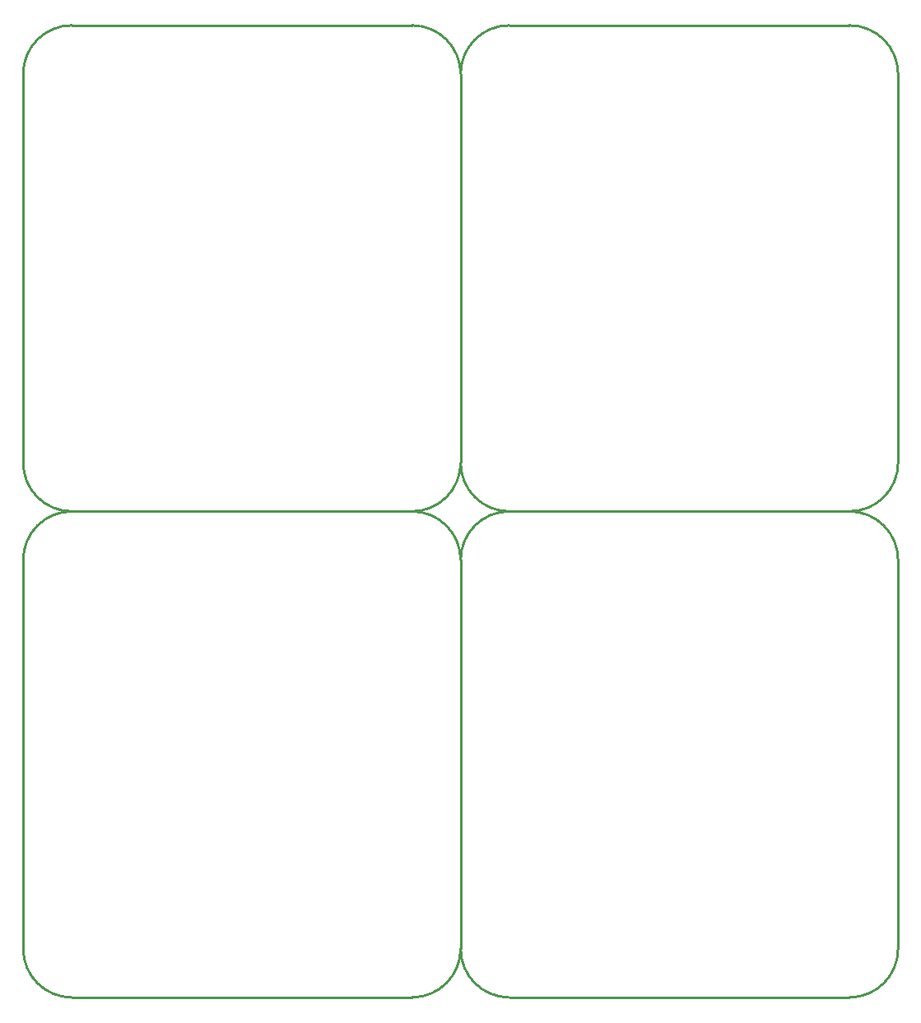
<source format=gm1>
G04*
G04 #@! TF.GenerationSoftware,Altium Limited,Altium Designer,20.2.3 (150)*
G04*
G04 Layer_Color=16711935*
%FSLAX44Y44*%
%MOMM*%
G71*
G04*
G04 #@! TF.SameCoordinates,C1CC25AD-0FF3-43E4-BDA3-AC1D03E08D52*
G04*
G04*
G04 #@! TF.FilePolarity,Positive*
G04*
G01*
G75*
%ADD31C,0.2540*%
%ADD39C,0.2540*%
D31*
X50000Y1000000D02*
G03*
X0Y950000I0J-50000D01*
G01*
X450000D02*
G03*
X400000Y1000000I-50000J0D01*
G01*
X0Y550000D02*
G03*
X50000Y500000I50000J0D01*
G01*
X500000Y1000000D02*
G03*
X450000Y950000I0J-50000D01*
G01*
X900000D02*
G03*
X850000Y1000000I-50000J0D01*
G01*
Y500000D02*
G03*
X900000Y550000I0J50000D01*
G01*
Y450000D02*
G03*
X850000Y500000I-50000J0D01*
G01*
Y0D02*
G03*
X900000Y50000I0J50000D01*
G01*
X450000D02*
G03*
X500000Y0I50000J0D01*
G01*
X50000Y500000D02*
G03*
X0Y450000I0J-50000D01*
G01*
X400000Y0D02*
G03*
X450000Y50000I0J50000D01*
G01*
X0D02*
G03*
X50000Y0I50000J0D01*
G01*
X900000Y50000D02*
Y450000D01*
X0Y550000D02*
Y950000D01*
X50000Y1000000D02*
X400000D01*
X900000Y550000D02*
Y950000D01*
X500000Y1000000D02*
X850000D01*
X500000Y0D02*
X850000D01*
X0Y50000D02*
Y450000D01*
X50000Y500000D02*
X400000D01*
X50000Y0D02*
X400000D01*
X0Y50000D02*
G03*
X50000Y0I50000J0D01*
G01*
X400000D02*
G03*
X450000Y50000I0J50000D01*
G01*
Y450000D02*
G03*
X400000Y500000I-50000J0D01*
G01*
X50000D02*
G03*
X0Y450000I0J-50000D01*
G01*
X50000Y0D02*
X400000D01*
X50000Y500000D02*
X400000D01*
X450000Y50000D02*
Y450000D01*
X0Y50000D02*
Y450000D01*
X450000Y50000D02*
G03*
X500000Y0I50000J0D01*
G01*
X850000D02*
G03*
X900000Y50000I0J50000D01*
G01*
Y450000D02*
G03*
X850000Y500000I-50000J0D01*
G01*
X500000D02*
G03*
X450000Y450000I0J-50000D01*
G01*
X500000Y0D02*
X850000D01*
X500000Y500000D02*
X850000D01*
X900000Y50000D02*
Y450000D01*
X450000Y50000D02*
Y450000D01*
X0Y550000D02*
G03*
X50000Y500000I50000J0D01*
G01*
X400000D02*
G03*
X450000Y550000I0J50000D01*
G01*
Y950000D02*
G03*
X400000Y1000000I-50000J0D01*
G01*
X50000D02*
G03*
X0Y950000I0J-50000D01*
G01*
X50000Y500000D02*
X400000D01*
X50000Y1000000D02*
X400000D01*
X450000Y550000D02*
Y950000D01*
X0Y550000D02*
Y950000D01*
X450000Y550000D02*
G03*
X500000Y500000I50000J0D01*
G01*
X850000D02*
G03*
X900000Y550000I0J50000D01*
G01*
Y950000D02*
G03*
X850000Y1000000I-50000J0D01*
G01*
X500000D02*
G03*
X450000Y950000I0J-50000D01*
G01*
X500000Y500000D02*
X850000D01*
X500000Y1000000D02*
X850000D01*
X900000Y550000D02*
Y950000D01*
X450000Y550000D02*
Y950000D01*
X50000Y1000000D02*
G03*
X0Y950000I0J-50000D01*
G01*
X450000D02*
G03*
X400000Y1000000I-50000J0D01*
G01*
X0Y550000D02*
G03*
X50000Y500000I50000J0D01*
G01*
X500000Y1000000D02*
G03*
X450000Y950000I0J-50000D01*
G01*
X900000D02*
G03*
X850000Y1000000I-50000J0D01*
G01*
Y500000D02*
G03*
X900000Y550000I0J50000D01*
G01*
Y450000D02*
G03*
X850000Y500000I-50000J0D01*
G01*
Y0D02*
G03*
X900000Y50000I0J50000D01*
G01*
X450000D02*
G03*
X500000Y0I50000J0D01*
G01*
X50000Y500000D02*
G03*
X0Y450000I0J-50000D01*
G01*
X400000Y0D02*
G03*
X450000Y50000I0J50000D01*
G01*
X0D02*
G03*
X50000Y0I50000J0D01*
G01*
X900000Y50000D02*
Y450000D01*
X0Y550000D02*
Y950000D01*
X50000Y1000000D02*
X400000D01*
X900000Y550000D02*
Y950000D01*
X500000Y1000000D02*
X850000D01*
X500000Y0D02*
X850000D01*
X0Y50000D02*
Y450000D01*
X50000Y500000D02*
X400000D01*
X50000Y0D02*
X400000D01*
X0Y50000D02*
G03*
X50000Y0I50000J0D01*
G01*
X400000D02*
G03*
X450000Y50000I0J50000D01*
G01*
Y450000D02*
G03*
X400000Y500000I-50000J0D01*
G01*
X50000D02*
G03*
X0Y450000I0J-50000D01*
G01*
X50000Y0D02*
X400000D01*
X50000Y500000D02*
X400000D01*
X450000Y50000D02*
Y450000D01*
X0Y50000D02*
Y450000D01*
X450000Y50000D02*
G03*
X500000Y0I50000J0D01*
G01*
X850000D02*
G03*
X900000Y50000I0J50000D01*
G01*
Y450000D02*
G03*
X850000Y500000I-50000J0D01*
G01*
X500000D02*
G03*
X450000Y450000I0J-50000D01*
G01*
X500000Y0D02*
X850000D01*
X500000Y500000D02*
X850000D01*
X900000Y50000D02*
Y450000D01*
X450000Y50000D02*
Y450000D01*
X0Y550000D02*
G03*
X50000Y500000I50000J0D01*
G01*
X400000D02*
G03*
X450000Y550000I0J50000D01*
G01*
Y950000D02*
G03*
X400000Y1000000I-50000J0D01*
G01*
X50000D02*
G03*
X0Y950000I0J-50000D01*
G01*
X50000Y500000D02*
X400000D01*
X50000Y1000000D02*
X400000D01*
X450000Y550000D02*
Y950000D01*
X0Y550000D02*
Y950000D01*
X450000Y550000D02*
G03*
X500000Y500000I50000J0D01*
G01*
X850000D02*
G03*
X900000Y550000I0J50000D01*
G01*
Y950000D02*
G03*
X850000Y1000000I-50000J0D01*
G01*
X500000D02*
G03*
X450000Y950000I0J-50000D01*
G01*
X500000Y500000D02*
X850000D01*
X500000Y1000000D02*
X850000D01*
X900000Y550000D02*
Y950000D01*
X450000Y550000D02*
Y950000D01*
D39*
X900000Y50000D02*
D03*
D03*
M02*

</source>
